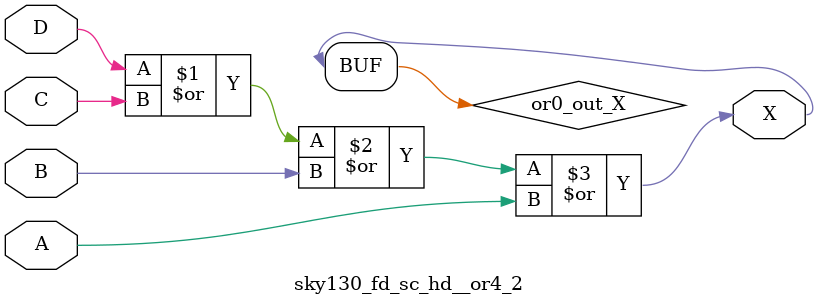
<source format=v>
/*
 * Copyright 2020 The SkyWater PDK Authors
 *
 * Licensed under the Apache License, Version 2.0 (the "License");
 * you may not use this file except in compliance with the License.
 * You may obtain a copy of the License at
 *
 *     https://www.apache.org/licenses/LICENSE-2.0
 *
 * Unless required by applicable law or agreed to in writing, software
 * distributed under the License is distributed on an "AS IS" BASIS,
 * WITHOUT WARRANTIES OR CONDITIONS OF ANY KIND, either express or implied.
 * See the License for the specific language governing permissions and
 * limitations under the License.
 *
 * SPDX-License-Identifier: Apache-2.0
*/


`ifndef SKY130_FD_SC_HD__OR4_2_FUNCTIONAL_V
`define SKY130_FD_SC_HD__OR4_2_FUNCTIONAL_V

/**
 * or4: 4-input OR.
 *
 * Verilog simulation functional model.
 */

`timescale 1ns / 1ps
`default_nettype none

`celldefine
module sky130_fd_sc_hd__or4_2 (
    X,
    A,
    B,
    C,
    D
);

    // Module ports
    output X;
    input  A;
    input  B;
    input  C;
    input  D;

    // Local signals
    wire or0_out_X;

    //  Name  Output     Other arguments
    or  or0  (or0_out_X, D, C, B, A     );
    buf buf0 (X        , or0_out_X      );

endmodule
`endcelldefine

`default_nettype wire
`endif  // SKY130_FD_SC_HD__OR4_2_FUNCTIONAL_V

</source>
